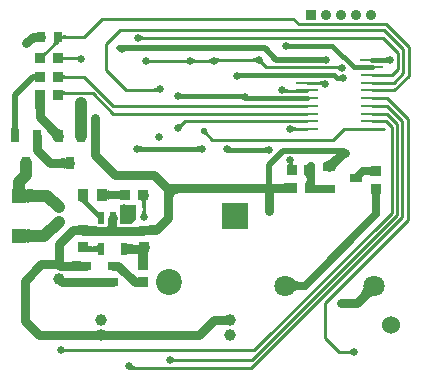
<source format=gbl>
G04*
G04 #@! TF.GenerationSoftware,Altium Limited,Altium Designer,20.0.2 (26)*
G04*
G04 Layer_Physical_Order=2*
G04 Layer_Color=16711680*
%FSLAX25Y25*%
%MOIN*%
G70*
G01*
G75*
%ADD10C,0.01000*%
%ADD17C,0.06000*%
%ADD19R,0.03543X0.03937*%
%ADD20R,0.03150X0.03543*%
%ADD21R,0.03543X0.03150*%
%ADD24R,0.03402X0.03175*%
%ADD25R,0.03175X0.03402*%
%ADD46C,0.01500*%
%ADD47C,0.04000*%
%ADD48C,0.03000*%
%ADD49C,0.02500*%
%ADD50C,0.02000*%
%ADD52C,0.03543*%
%ADD53R,0.03543X0.03543*%
%ADD54C,0.08661*%
%ADD55C,0.03937*%
%ADD56C,0.07087*%
%ADD57R,0.08661X0.08661*%
%ADD58C,0.02200*%
%ADD59C,0.02500*%
%ADD60R,0.05118X0.05118*%
%ADD61R,0.03402X0.03150*%
%ADD62R,0.03937X0.03150*%
%ADD63R,0.03150X0.03937*%
%ADD64O,0.07874X0.00984*%
%ADD65R,0.07874X0.00984*%
%ADD66R,0.02362X0.03937*%
G36*
X24261Y114405D02*
X24291Y114320D01*
X24342Y114245D01*
X24413Y114180D01*
X24504Y114125D01*
X24615Y114080D01*
X24747Y114045D01*
X24899Y114020D01*
X25071Y114005D01*
X25263Y114000D01*
Y113000D01*
X25071Y112995D01*
X24899Y112980D01*
X24747Y112955D01*
X24615Y112920D01*
X24504Y112875D01*
X24413Y112820D01*
X24342Y112755D01*
X24291Y112680D01*
X24261Y112595D01*
X24251Y112500D01*
Y114500D01*
X24261Y114405D01*
D02*
G37*
G36*
X50458Y113783D02*
X50531Y113713D01*
X50610Y113652D01*
X50696Y113598D01*
X50789Y113553D01*
X50888Y113516D01*
X50994Y113487D01*
X51106Y113467D01*
X51225Y113454D01*
X51350Y113450D01*
X51218Y112450D01*
X51094Y112447D01*
X50975Y112437D01*
X50860Y112421D01*
X50750Y112398D01*
X50644Y112369D01*
X50542Y112333D01*
X50445Y112290D01*
X50353Y112241D01*
X50265Y112186D01*
X50181Y112124D01*
X50391Y113862D01*
X50458Y113783D01*
D02*
G37*
G36*
X23548Y111733D02*
X23406Y111712D01*
X23265Y111677D01*
X23123Y111627D01*
X22982Y111564D01*
X22840Y111486D01*
X22699Y111394D01*
X22558Y111288D01*
X22416Y111168D01*
X22275Y111033D01*
X20861D01*
X20991Y111168D01*
X21182Y111394D01*
X21244Y111486D01*
X21283Y111564D01*
X21300Y111627D01*
X21293Y111677D01*
X21264Y111712D01*
X21212Y111733D01*
X21137Y111740D01*
X23689D01*
X23548Y111733D01*
D02*
G37*
G36*
X99623Y111251D02*
X99666Y111230D01*
X99721Y111211D01*
X99789Y111195D01*
X99868Y111181D01*
X100064Y111161D01*
X100309Y111151D01*
X100450Y111150D01*
Y109650D01*
X100309Y109649D01*
X99868Y109619D01*
X99789Y109605D01*
X99721Y109589D01*
X99666Y109570D01*
X99623Y109549D01*
X99593Y109525D01*
Y111275D01*
X99623Y111251D01*
D02*
G37*
G36*
X19017Y107775D02*
X18823Y107574D01*
X18516Y107212D01*
X18404Y107051D01*
X18318Y106903D01*
X18260Y106768D01*
X18229Y106646D01*
X18225Y106538D01*
X18248Y106443D01*
X18298Y106361D01*
X17009Y107877D01*
X17081Y107816D01*
X17168Y107785D01*
X17271Y107784D01*
X17389Y107812D01*
X17522Y107869D01*
X17672Y107955D01*
X17836Y108071D01*
X18016Y108217D01*
X18423Y108596D01*
X19017Y107775D01*
D02*
G37*
G36*
X29540Y105299D02*
X29470Y105375D01*
X29394Y105444D01*
X29312Y105504D01*
X29224Y105556D01*
X29129Y105600D01*
X29029Y105636D01*
X28922Y105664D01*
X28809Y105684D01*
X28691Y105696D01*
X28566Y105700D01*
X28653Y106700D01*
X28777Y106703D01*
X28896Y106714D01*
X29011Y106731D01*
X29121Y106755D01*
X29226Y106786D01*
X29326Y106824D01*
X29422Y106868D01*
X29513Y106920D01*
X29599Y106978D01*
X29680Y107044D01*
X29540Y105299D01*
D02*
G37*
G36*
X24239Y107105D02*
X24270Y107020D01*
X24320Y106945D01*
X24391Y106880D01*
X24482Y106825D01*
X24593Y106780D01*
X24725Y106745D01*
X24877Y106720D01*
X25049Y106705D01*
X25241Y106700D01*
Y105700D01*
X25049Y105695D01*
X24877Y105680D01*
X24725Y105655D01*
X24593Y105620D01*
X24482Y105575D01*
X24391Y105520D01*
X24320Y105455D01*
X24270Y105380D01*
X24239Y105295D01*
X24229Y105200D01*
Y107200D01*
X24239Y107105D01*
D02*
G37*
G36*
X132553Y104879D02*
X132523Y104903D01*
X132480Y104924D01*
X132425Y104943D01*
X132357Y104959D01*
X132278Y104973D01*
X132082Y104993D01*
X131837Y105003D01*
X131696Y105004D01*
Y106504D01*
X131837Y106505D01*
X132278Y106535D01*
X132357Y106549D01*
X132425Y106565D01*
X132480Y106584D01*
X132523Y106605D01*
X132553Y106629D01*
Y104879D01*
D02*
G37*
G36*
X88707Y104825D02*
X88631Y104896D01*
X88550Y104960D01*
X88463Y105016D01*
X88370Y105065D01*
X88273Y105106D01*
X88170Y105140D01*
X88061Y105166D01*
X87948Y105185D01*
X87829Y105196D01*
X87704Y105200D01*
Y106200D01*
X87829Y106204D01*
X87948Y106215D01*
X88061Y106234D01*
X88170Y106260D01*
X88273Y106294D01*
X88370Y106335D01*
X88463Y106384D01*
X88550Y106440D01*
X88631Y106504D01*
X88707Y106575D01*
Y104825D01*
D02*
G37*
G36*
X75544Y106414D02*
X75635Y106369D01*
X75731Y106329D01*
X75830Y106295D01*
X75934Y106266D01*
X76041Y106242D01*
X76152Y106224D01*
X76387Y106203D01*
X76511Y106200D01*
X76784Y105200D01*
X76658Y105196D01*
X76539Y105183D01*
X76429Y105161D01*
X76327Y105130D01*
X76232Y105091D01*
X76145Y105043D01*
X76066Y104987D01*
X75995Y104921D01*
X75932Y104848D01*
X75877Y104765D01*
X75457Y106464D01*
X75544Y106414D01*
D02*
G37*
G36*
X73907Y104525D02*
X73831Y104596D01*
X73750Y104660D01*
X73663Y104716D01*
X73570Y104765D01*
X73473Y104806D01*
X73370Y104840D01*
X73261Y104866D01*
X73148Y104885D01*
X73029Y104896D01*
X72904Y104900D01*
Y105900D01*
X73029Y105904D01*
X73148Y105915D01*
X73261Y105934D01*
X73370Y105960D01*
X73473Y105994D01*
X73570Y106035D01*
X73663Y106084D01*
X73750Y106140D01*
X73831Y106204D01*
X73907Y106275D01*
Y104525D01*
D02*
G37*
G36*
X67527Y106148D02*
X67616Y106096D01*
X67710Y106050D01*
X67808Y106010D01*
X67910Y105977D01*
X68017Y105949D01*
X68128Y105928D01*
X68243Y105912D01*
X68362Y105903D01*
X68486Y105900D01*
X68663Y104900D01*
X68538Y104896D01*
X68419Y104883D01*
X68307Y104862D01*
X68203Y104833D01*
X68105Y104795D01*
X68014Y104748D01*
X67931Y104694D01*
X67854Y104631D01*
X67784Y104559D01*
X67721Y104479D01*
X67441Y106207D01*
X67527Y106148D01*
D02*
G37*
G36*
X65807Y104325D02*
X65731Y104396D01*
X65649Y104460D01*
X65562Y104516D01*
X65470Y104565D01*
X65373Y104606D01*
X65270Y104640D01*
X65161Y104666D01*
X65048Y104685D01*
X64929Y104697D01*
X64804Y104700D01*
Y105700D01*
X64929Y105704D01*
X65048Y105715D01*
X65161Y105734D01*
X65270Y105760D01*
X65373Y105794D01*
X65470Y105835D01*
X65562Y105884D01*
X65649Y105940D01*
X65731Y106004D01*
X65807Y106075D01*
Y104325D01*
D02*
G37*
G36*
X52869Y106004D02*
X52950Y105940D01*
X53037Y105884D01*
X53130Y105835D01*
X53227Y105794D01*
X53330Y105760D01*
X53438Y105734D01*
X53552Y105715D01*
X53671Y105704D01*
X53796Y105700D01*
X53796Y104700D01*
X53671Y104697D01*
X53552Y104685D01*
X53439Y104666D01*
X53330Y104640D01*
X53227Y104606D01*
X53130Y104565D01*
X53037Y104516D01*
X52951Y104460D01*
X52869Y104396D01*
X52793Y104325D01*
X52793Y106075D01*
X52869Y106004D01*
D02*
G37*
G36*
X90853Y105583D02*
X90866Y105481D01*
X90888Y105379D01*
X90918Y105280D01*
X90958Y105181D01*
X91007Y105085D01*
X91065Y104990D01*
X91132Y104896D01*
X91209Y104804D01*
X91294Y104713D01*
X90587Y104006D01*
X90496Y104091D01*
X90404Y104168D01*
X90311Y104235D01*
X90215Y104293D01*
X90119Y104342D01*
X90020Y104382D01*
X89921Y104412D01*
X89820Y104434D01*
X89717Y104447D01*
X89613Y104450D01*
X90850Y105687D01*
X90853Y105583D01*
D02*
G37*
G36*
X116382Y102275D02*
X116319Y102355D01*
X116248Y102426D01*
X116171Y102489D01*
X116087Y102544D01*
X115996Y102590D01*
X115898Y102628D01*
X115794Y102657D01*
X115682Y102678D01*
X115563Y102691D01*
X115438Y102695D01*
X115611Y103695D01*
X115735Y103698D01*
X115854Y103707D01*
X115969Y103723D01*
X116080Y103744D01*
X116186Y103772D01*
X116288Y103806D01*
X116386Y103846D01*
X116480Y103893D01*
X116569Y103945D01*
X116655Y104004D01*
X116382Y102275D01*
D02*
G37*
G36*
X84429Y99886D02*
X84290Y99884D01*
X83945Y99856D01*
X83856Y99839D01*
X83778Y99818D01*
X83714Y99793D01*
X83662Y99765D01*
X83622Y99733D01*
X83595Y99697D01*
X83125Y101383D01*
X83869Y101386D01*
X84429Y99886D01*
D02*
G37*
G36*
X24194Y101005D02*
X24225Y100920D01*
X24275Y100845D01*
X24346Y100780D01*
X24437Y100725D01*
X24549Y100680D01*
X24680Y100645D01*
X24832Y100620D01*
X25004Y100605D01*
X25196Y100600D01*
Y99600D01*
X25004Y99595D01*
X24832Y99580D01*
X24680Y99555D01*
X24549Y99520D01*
X24437Y99475D01*
X24346Y99420D01*
X24275Y99355D01*
X24225Y99280D01*
X24194Y99195D01*
X24184Y99100D01*
Y101100D01*
X24194Y101005D01*
D02*
G37*
G36*
X116768Y98867D02*
X116746Y98883D01*
X116712Y98897D01*
X116663Y98909D01*
X116602Y98920D01*
X116438Y98937D01*
X116221Y98947D01*
X115950Y98950D01*
Y100450D01*
X116092Y100451D01*
X116663Y100491D01*
X116712Y100503D01*
X116746Y100517D01*
X116768Y100533D01*
Y98867D01*
D02*
G37*
G36*
X110685Y97135D02*
X110636Y97219D01*
X110578Y97294D01*
X110512Y97360D01*
X110437Y97418D01*
X110353Y97466D01*
X110261Y97506D01*
X110160Y97537D01*
X110051Y97559D01*
X109933Y97573D01*
X109806Y97577D01*
X110159Y98577D01*
X110283Y98579D01*
X110518Y98597D01*
X110629Y98613D01*
X110840Y98659D01*
X110939Y98688D01*
X111034Y98722D01*
X111126Y98760D01*
X111213Y98804D01*
X110685Y97135D01*
D02*
G37*
G36*
X55980Y94956D02*
X55899Y95022D01*
X55813Y95080D01*
X55722Y95132D01*
X55626Y95176D01*
X55526Y95214D01*
X55421Y95245D01*
X55311Y95269D01*
X55196Y95286D01*
X55077Y95297D01*
X54953Y95300D01*
X54866Y96300D01*
X54991Y96304D01*
X55110Y96316D01*
X55222Y96336D01*
X55329Y96364D01*
X55429Y96400D01*
X55524Y96444D01*
X55612Y96496D01*
X55694Y96557D01*
X55770Y96625D01*
X55840Y96701D01*
X55980Y94956D01*
D02*
G37*
G36*
X98632Y96352D02*
X98695Y96279D01*
X98766Y96213D01*
X98845Y96157D01*
X98932Y96109D01*
X99027Y96070D01*
X99129Y96039D01*
X99239Y96017D01*
X99358Y96004D01*
X99484Y96000D01*
X99211Y95000D01*
X99087Y94997D01*
X98852Y94976D01*
X98741Y94958D01*
X98634Y94934D01*
X98530Y94905D01*
X98431Y94871D01*
X98335Y94831D01*
X98244Y94786D01*
X98157Y94736D01*
X98577Y96435D01*
X98632Y96352D01*
D02*
G37*
G36*
X24206Y95596D02*
X24236Y95513D01*
X24286Y95439D01*
X24356Y95376D01*
X24446Y95322D01*
X24556Y95278D01*
X24686Y95244D01*
X24836Y95220D01*
X25006Y95205D01*
X25196Y95200D01*
Y94200D01*
X25005Y94195D01*
X24833Y94180D01*
X24681Y94155D01*
X24550Y94120D01*
X24439Y94075D01*
X24348Y94020D01*
X24277Y93955D01*
X24226Y93880D01*
X24195Y93795D01*
X24184Y93700D01*
X24196Y95689D01*
X24206Y95596D01*
D02*
G37*
G36*
X63523Y94451D02*
X63566Y94430D01*
X63621Y94411D01*
X63689Y94395D01*
X63768Y94381D01*
X63964Y94361D01*
X64209Y94351D01*
X64350Y94350D01*
Y92850D01*
X64209Y92849D01*
X63768Y92819D01*
X63689Y92805D01*
X63621Y92789D01*
X63566Y92770D01*
X63523Y92749D01*
X63493Y92725D01*
Y94475D01*
X63523Y94451D01*
D02*
G37*
G36*
X84123Y92665D02*
X84095Y92700D01*
X84055Y92731D01*
X84002Y92759D01*
X83937Y92783D01*
X83859Y92804D01*
X83769Y92820D01*
X83666Y92833D01*
X83424Y92848D01*
X83284Y92850D01*
X83772Y94350D01*
X84543Y94364D01*
X84123Y92665D01*
D02*
G37*
G36*
X86305Y93900D02*
X86345Y93868D01*
X86398Y93841D01*
X86463Y93817D01*
X86541Y93796D01*
X86631Y93780D01*
X86734Y93767D01*
X86976Y93752D01*
X87116Y93750D01*
X86628Y92250D01*
X85857Y92236D01*
X86277Y93935D01*
X86305Y93900D01*
D02*
G37*
G36*
X18251Y92281D02*
X18238Y92191D01*
X18227Y92041D01*
X18193Y90391D01*
X18190Y89311D01*
X15190D01*
X15114Y92311D01*
X18265D01*
X18251Y92281D01*
D02*
G37*
G36*
X64276Y83869D02*
X64191Y83778D01*
X64114Y83686D01*
X64047Y83592D01*
X63989Y83497D01*
X63940Y83401D01*
X63901Y83302D01*
X63870Y83203D01*
X63848Y83101D01*
X63835Y82999D01*
X63832Y82894D01*
X62594Y84132D01*
X62699Y84135D01*
X62801Y84148D01*
X62903Y84170D01*
X63002Y84201D01*
X63101Y84240D01*
X63197Y84289D01*
X63292Y84347D01*
X63386Y84414D01*
X63478Y84491D01*
X63569Y84576D01*
X64276Y83869D01*
D02*
G37*
G36*
X9308Y84004D02*
X9353Y83364D01*
X9393Y83104D01*
X9444Y82884D01*
X9505Y82704D01*
X9579Y82564D01*
X9663Y82464D01*
X9759Y82404D01*
X9866Y82384D01*
X6740D01*
X6847Y82404D01*
X6943Y82464D01*
X7027Y82564D01*
X7100Y82704D01*
X7162Y82884D01*
X7213Y83104D01*
X7252Y83364D01*
X7280Y83664D01*
X7303Y84384D01*
X9303D01*
X9308Y84004D01*
D02*
G37*
G36*
X101055Y83521D02*
X101137Y83458D01*
X101225Y83403D01*
X101318Y83355D01*
X101416Y83314D01*
X101520Y83281D01*
X101628Y83255D01*
X101742Y83237D01*
X101862Y83226D01*
X101986Y83222D01*
X102005Y82222D01*
X101881Y82218D01*
X101761Y82207D01*
X101648Y82188D01*
X101540Y82161D01*
X101437Y82127D01*
X101341Y82085D01*
X101249Y82035D01*
X101163Y81978D01*
X101083Y81913D01*
X101008Y81841D01*
X100977Y83591D01*
X101055Y83521D01*
D02*
G37*
G36*
X72503Y81813D02*
X72515Y81736D01*
X72536Y81659D01*
X72564Y81580D01*
X72601Y81501D01*
X72647Y81421D01*
X72701Y81341D01*
X72763Y81259D01*
X72834Y81177D01*
X72913Y81094D01*
X72206Y80387D01*
X72123Y80466D01*
X71959Y80599D01*
X71879Y80653D01*
X71799Y80699D01*
X71720Y80736D01*
X71641Y80765D01*
X71564Y80785D01*
X71487Y80797D01*
X71411Y80800D01*
X72500Y81889D01*
X72503Y81813D01*
D02*
G37*
G36*
X21363Y84002D02*
X22154Y83323D01*
X22528Y83048D01*
X22887Y82814D01*
X23232Y82623D01*
X23562Y82475D01*
X23878Y82369D01*
X24179Y82305D01*
X24466Y82284D01*
X21340Y78371D01*
X21319Y78658D01*
X21255Y78959D01*
X21149Y79275D01*
X21001Y79605D01*
X20810Y79950D01*
X20576Y80309D01*
X20301Y80682D01*
X19622Y81473D01*
X19219Y81890D01*
X20946Y84405D01*
X21363Y84002D01*
D02*
G37*
G36*
X17335Y78441D02*
X17324Y78353D01*
X17314Y78205D01*
X17284Y75516D01*
X14284D01*
X14221Y78471D01*
X17346D01*
X17335Y78441D01*
D02*
G37*
G36*
X49923Y76951D02*
X49966Y76930D01*
X50021Y76911D01*
X50089Y76895D01*
X50168Y76881D01*
X50364Y76861D01*
X50609Y76851D01*
X50750Y76850D01*
Y75350D01*
X50609Y75349D01*
X50168Y75319D01*
X50089Y75305D01*
X50021Y75289D01*
X49966Y75270D01*
X49923Y75249D01*
X49893Y75225D01*
Y76975D01*
X49923Y76951D01*
D02*
G37*
G36*
X69640Y75199D02*
X69609Y75228D01*
X69566Y75253D01*
X69510Y75276D01*
X69442Y75296D01*
X69363Y75312D01*
X69271Y75326D01*
X69051Y75344D01*
X68782Y75350D01*
X68933Y76850D01*
X69075Y76851D01*
X69593Y76884D01*
X69659Y76896D01*
X69712Y76910D01*
X69752Y76926D01*
X69780Y76944D01*
X69640Y75199D01*
D02*
G37*
G36*
X80079Y76645D02*
X80120Y76615D01*
X80174Y76588D01*
X80240Y76565D01*
X80319Y76546D01*
X80409Y76529D01*
X80512Y76517D01*
X80755Y76503D01*
X80895Y76501D01*
X80501Y75001D01*
X79700Y74965D01*
X80049Y76679D01*
X80079Y76645D01*
D02*
G37*
G36*
X92207Y74876D02*
X92177Y74900D01*
X92134Y74921D01*
X92079Y74940D01*
X92011Y74956D01*
X91932Y74970D01*
X91736Y74989D01*
X91491Y74999D01*
X91350Y75001D01*
Y76501D01*
X91491Y76502D01*
X91932Y76532D01*
X92011Y76546D01*
X92079Y76562D01*
X92134Y76581D01*
X92177Y76602D01*
X92207Y76626D01*
Y74876D01*
D02*
G37*
G36*
X101050Y71374D02*
X101022Y71303D01*
X101007Y71229D01*
X101008Y71152D01*
X101024Y71072D01*
X101054Y70989D01*
X101099Y70903D01*
X101099Y70903D01*
X101169Y70843D01*
X101283Y70766D01*
X101390Y70702D01*
X101492Y70652D01*
X101587Y70617D01*
X101676Y70596D01*
X101759Y70589D01*
X101260D01*
X100456Y70079D01*
X99970Y70589D01*
X99547D01*
X99621Y70591D01*
X99683Y70597D01*
X99733Y70607D01*
X99770Y70621D01*
X99796Y70639D01*
X99810Y70661D01*
X99812Y70687D01*
X99802Y70716D01*
X99780Y70750D01*
X99747Y70788D01*
X99768Y70800D01*
X99454Y71130D01*
X101094Y71442D01*
X101050Y71374D01*
D02*
G37*
G36*
X25081Y69316D02*
X25051Y69403D01*
X24961Y69480D01*
X24811Y69549D01*
X24601Y69608D01*
X24331Y69658D01*
X24001Y69699D01*
X23161Y69754D01*
X22081Y69772D01*
Y72772D01*
X22651Y72777D01*
X24331Y72887D01*
X24601Y72937D01*
X24811Y72996D01*
X24961Y73065D01*
X25051Y73142D01*
X25081Y73229D01*
Y69316D01*
D02*
G37*
G36*
X117057Y72097D02*
X116654Y71680D01*
X115975Y70890D01*
X115699Y70516D01*
X115466Y70157D01*
X115275Y69812D01*
X115127Y69482D01*
X115021Y69166D01*
X114957Y68865D01*
X114936Y68578D01*
X111023Y71703D01*
X111309Y71725D01*
X111611Y71788D01*
X111926Y71894D01*
X112257Y72043D01*
X112601Y72234D01*
X112961Y72467D01*
X113334Y72743D01*
X114125Y73422D01*
X114542Y73825D01*
X117057Y72097D01*
D02*
G37*
G36*
X127011Y67024D02*
X126986Y67086D01*
X126911Y67142D01*
X126786Y67190D01*
X126611Y67233D01*
X126386Y67269D01*
X125786Y67321D01*
X124986Y67347D01*
X124511Y67350D01*
Y69850D01*
X124986Y69853D01*
X126611Y69967D01*
X126786Y70009D01*
X126911Y70058D01*
X126986Y70114D01*
X127011Y70175D01*
Y67024D01*
D02*
G37*
G36*
X94061Y64460D02*
X91939D01*
X91950Y64502D01*
X91961Y64602D01*
X91978Y64979D01*
X92000Y67518D01*
X94000D01*
X94061Y64460D01*
D02*
G37*
G36*
X99066Y61212D02*
X99036Y61248D01*
X98946Y61280D01*
X98796Y61308D01*
X98586Y61332D01*
X97986Y61370D01*
X96066Y61401D01*
Y64401D01*
X96636Y64402D01*
X99036Y64553D01*
X99066Y64589D01*
Y61212D01*
D02*
G37*
G36*
X108128Y67186D02*
X108148Y67111D01*
X108151Y67089D01*
X108222D01*
X108198Y66278D01*
X108222Y64711D01*
X108151D01*
X108148Y64589D01*
X108173Y64460D01*
X108248Y64345D01*
X108373Y64243D01*
X108548Y64154D01*
X108773Y64080D01*
X109048Y64019D01*
X109373Y63971D01*
X109580Y63952D01*
X110623Y64022D01*
X110798Y64063D01*
X110923Y64110D01*
X110998Y64163D01*
X111023Y64223D01*
Y61097D01*
X110998Y61156D01*
X110923Y61210D01*
X110798Y61257D01*
X110623Y61297D01*
X110398Y61332D01*
X109798Y61382D01*
X109776Y61382D01*
X108248Y61283D01*
X108173Y61249D01*
X108148Y61212D01*
Y64589D01*
X104997D01*
X105134Y64614D01*
X105258Y64689D01*
X105367Y64814D01*
X105461Y64989D01*
X105541Y65214D01*
X105606Y65489D01*
X105657Y65814D01*
X105662Y65869D01*
X105653Y65986D01*
X105599Y66311D01*
X105531Y66586D01*
X105446Y66811D01*
X105347Y66986D01*
X105231Y67111D01*
X105101Y67186D01*
X104955Y67211D01*
X108107D01*
X108128Y67186D01*
D02*
G37*
G36*
X39284Y62523D02*
X39359Y62403D01*
X39484Y62297D01*
X39659Y62205D01*
X39884Y62127D01*
X40159Y62063D01*
X40484Y62014D01*
X40859Y61979D01*
X41574Y61956D01*
X42693Y62037D01*
X42968Y62085D01*
X43194Y62144D01*
X43369Y62214D01*
X43494Y62295D01*
X43569Y62387D01*
X43593Y62489D01*
Y59111D01*
X43569Y59176D01*
X43494Y59233D01*
X43369Y59284D01*
X43194Y59328D01*
X42968Y59366D01*
X42693Y59396D01*
X41993Y59437D01*
X41424Y59445D01*
X41284Y59443D01*
X40484Y59387D01*
X40159Y59337D01*
X39884Y59274D01*
X39659Y59196D01*
X39484Y59104D01*
X39359Y58998D01*
X39284Y58878D01*
X39259Y58744D01*
Y62657D01*
X39284Y62523D01*
D02*
G37*
G36*
X130305Y61068D02*
X130231Y60993D01*
X130165Y60868D01*
X130108Y60693D01*
X130060Y60468D01*
X130020Y60193D01*
X129968Y59493D01*
X129950Y58593D01*
X127450D01*
X127446Y59068D01*
X127340Y60468D01*
X127292Y60693D01*
X127235Y60868D01*
X127169Y60993D01*
X127095Y61068D01*
X127011Y61093D01*
X130389D01*
X130305Y61068D01*
D02*
G37*
G36*
X63800Y61401D02*
X63230Y61370D01*
X62720Y61281D01*
X62270Y61130D01*
X61880Y60921D01*
X61550Y60650D01*
X61280Y60321D01*
X61070Y59930D01*
X60920Y59481D01*
X60830Y58970D01*
X60800Y58400D01*
X59300Y62901D01*
Y64401D01*
X63800Y61401D01*
D02*
G37*
G36*
X12387Y62869D02*
X12507Y62776D01*
X12707Y62694D01*
X12987Y62623D01*
X13347Y62563D01*
X13787Y62514D01*
X14907Y62448D01*
X16347Y62426D01*
Y58426D01*
X15587Y58420D01*
X12987Y58229D01*
X12707Y58158D01*
X12507Y58076D01*
X12387Y57983D01*
X12347Y57879D01*
Y62973D01*
X12387Y62869D01*
D02*
G37*
G36*
X32889Y58733D02*
X32847Y58701D01*
X32835Y58648D01*
X32853Y58574D01*
X32901Y58479D01*
X32979Y58362D01*
X33087Y58224D01*
X33392Y57885D01*
X33589Y57683D01*
X31998Y57153D01*
X31686Y57455D01*
X31100Y57964D01*
X30825Y58171D01*
X30563Y58346D01*
X30314Y58489D01*
X30077Y58601D01*
X29853Y58680D01*
X29641Y58728D01*
X29441Y58744D01*
X32960D01*
X32889Y58733D01*
D02*
G37*
G36*
X52255Y59405D02*
X52159Y59226D01*
X52121Y59123D01*
X52300D01*
X52205Y59113D01*
X52120Y59083D01*
X52100Y59070D01*
X52075Y59002D01*
X52002Y58734D01*
X51940Y58420D01*
X51890Y58063D01*
X51823Y57213D01*
X51800Y56186D01*
X50800D01*
X50794Y56722D01*
X50660Y58420D01*
X50598Y58734D01*
X50525Y59002D01*
X50500Y59070D01*
X50480Y59083D01*
X50395Y59113D01*
X50300Y59123D01*
X50479D01*
X50441Y59226D01*
X50345Y59405D01*
X50239Y59540D01*
X52361D01*
X52255Y59405D01*
D02*
G37*
G36*
X51804Y55271D02*
X51815Y55152D01*
X51834Y55038D01*
X51860Y54930D01*
X51894Y54827D01*
X51935Y54730D01*
X51984Y54637D01*
X52040Y54550D01*
X52104Y54469D01*
X52175Y54393D01*
X50425D01*
X50496Y54469D01*
X50560Y54550D01*
X50616Y54637D01*
X50665Y54730D01*
X50706Y54827D01*
X50740Y54930D01*
X50766Y55038D01*
X50785Y55152D01*
X50796Y55271D01*
X50800Y55396D01*
X51800D01*
X51804Y55271D01*
D02*
G37*
G36*
X35547Y55735D02*
X36147Y55219D01*
X36403Y55037D01*
X36630Y54904D01*
X36828Y54822D01*
X36996Y54790D01*
X37135Y54809D01*
X37244Y54877D01*
X37325Y54996D01*
X36003Y52099D01*
X36051Y52250D01*
X36065Y52415D01*
X36044Y52593D01*
X35989Y52784D01*
X35899Y52990D01*
X35774Y53209D01*
X35615Y53441D01*
X35421Y53687D01*
X35193Y53947D01*
X34930Y54221D01*
X35203Y56069D01*
X35547Y55735D01*
D02*
G37*
G36*
X48600Y52400D02*
X47200Y51000D01*
X43300D01*
Y57500D01*
X48600D01*
Y52400D01*
D02*
G37*
G36*
X53183Y50726D02*
X53252Y50715D01*
X53368Y50706D01*
X54294Y50681D01*
X55475Y50675D01*
Y47675D01*
X53160Y47612D01*
Y50738D01*
X53183Y50726D01*
D02*
G37*
G36*
X32719Y50654D02*
X32809Y50576D01*
X32959Y50507D01*
X33169Y50448D01*
X33439Y50398D01*
X33769Y50356D01*
X34609Y50301D01*
X35689Y50283D01*
Y47283D01*
X35119Y47286D01*
X32959Y47434D01*
X32809Y47480D01*
X32719Y47532D01*
X32689Y47590D01*
Y50741D01*
X32719Y50654D01*
D02*
G37*
G36*
X12387Y49483D02*
X12507Y49390D01*
X12707Y49308D01*
X12987Y49237D01*
X13347Y49177D01*
X13787Y49128D01*
X14907Y49062D01*
X16347Y49040D01*
Y45040D01*
X15587Y45035D01*
X12987Y44843D01*
X12707Y44772D01*
X12507Y44690D01*
X12387Y44597D01*
X12347Y44493D01*
Y49587D01*
X12387Y49483D01*
D02*
G37*
G36*
X32704Y44173D02*
X32749Y44045D01*
X32824Y43933D01*
X32929Y43835D01*
X33064Y43753D01*
X33229Y43685D01*
X33424Y43633D01*
X33649Y43595D01*
X33904Y43573D01*
X34189Y43565D01*
Y42065D01*
X33904Y42061D01*
X33424Y42029D01*
X33229Y42000D01*
X33064Y41964D01*
X32929Y41919D01*
X32824Y41866D01*
X32749Y41805D01*
X32704Y41736D01*
X32689Y41659D01*
Y44315D01*
X32704Y44173D01*
D02*
G37*
G36*
X36003Y41315D02*
X35988Y41458D01*
X35943Y41585D01*
X35867Y41698D01*
X35761Y41795D01*
X35625Y41878D01*
X35459Y41945D01*
X35263Y41998D01*
X35036Y42035D01*
X34779Y42058D01*
X34491Y42065D01*
Y43565D01*
X34779Y43573D01*
X35036Y43595D01*
X35263Y43633D01*
X35459Y43685D01*
X35625Y43753D01*
X35761Y43835D01*
X35867Y43933D01*
X35943Y44045D01*
X35988Y44173D01*
X36003Y44315D01*
Y41315D01*
D02*
G37*
G36*
X45829Y44632D02*
X45885Y44566D01*
X45980Y44507D01*
X46112Y44456D01*
X46282Y44413D01*
X46490Y44378D01*
X46736Y44351D01*
X47341Y44320D01*
X47700Y44316D01*
Y41316D01*
X47341Y41312D01*
X46490Y41253D01*
X46282Y41218D01*
X46112Y41175D01*
X45980Y41124D01*
X45885Y41066D01*
X45829Y41000D01*
X45810Y40925D01*
Y44706D01*
X45829Y44632D01*
D02*
G37*
G36*
X53031Y42071D02*
X52916Y41981D01*
X52815Y41831D01*
X52727Y41621D01*
X52653Y41351D01*
X52592Y41021D01*
X52545Y40631D01*
X52543Y40599D01*
X52637Y39105D01*
X52673Y39075D01*
X49295D01*
X49331Y39105D01*
X49363Y39195D01*
X49392Y39345D01*
X49416Y39555D01*
X49454Y40156D01*
X49484Y42075D01*
X49639D01*
X49640Y42101D01*
X53160D01*
X53031Y42071D01*
D02*
G37*
G36*
X30240Y35493D02*
X30210Y35505D01*
X30120Y35515D01*
X29970Y35525D01*
X27240Y35555D01*
Y38555D01*
X30240Y38618D01*
Y35493D01*
D02*
G37*
G36*
X39211Y29982D02*
X39181Y29994D01*
X39091Y30004D01*
X38941Y30014D01*
X36568Y30040D01*
X33760Y29982D01*
Y33107D01*
X33790Y33095D01*
X33880Y33085D01*
X34030Y33075D01*
X36403Y33048D01*
X39211Y33107D01*
Y29982D01*
D02*
G37*
G36*
X30240D02*
X30210Y29994D01*
X30120Y30004D01*
X29970Y30014D01*
X27240Y30044D01*
Y33044D01*
X30240Y33107D01*
Y29982D01*
D02*
G37*
G36*
X101016Y32747D02*
X101272Y32537D01*
X101538Y32353D01*
X101814Y32193D01*
X102101Y32058D01*
X102397Y31947D01*
X102703Y31861D01*
X103019Y31799D01*
X103345Y31762D01*
X103681Y31750D01*
Y29250D01*
X103345Y29238D01*
X103019Y29201D01*
X102703Y29139D01*
X102397Y29053D01*
X102101Y28942D01*
X101814Y28807D01*
X101538Y28647D01*
X101272Y28463D01*
X101016Y28253D01*
X100770Y28020D01*
Y32980D01*
X101016Y32747D01*
D02*
G37*
G36*
X128125Y26957D02*
X127851Y26946D01*
X127579Y26910D01*
X127308Y26847D01*
X127038Y26757D01*
X126770Y26641D01*
X126503Y26499D01*
X126237Y26330D01*
X125973Y26135D01*
X125710Y25914D01*
X125448Y25666D01*
X123327Y27788D01*
X123574Y28049D01*
X123796Y28312D01*
X123991Y28576D01*
X124159Y28842D01*
X124302Y29109D01*
X124418Y29377D01*
X124507Y29647D01*
X124570Y29918D01*
X124607Y30191D01*
X124618Y30465D01*
X128125Y26957D01*
D02*
G37*
G36*
X24569Y9704D02*
X24650Y9640D01*
X24737Y9584D01*
X24830Y9535D01*
X24927Y9494D01*
X25030Y9460D01*
X25139Y9434D01*
X25252Y9415D01*
X25371Y9404D01*
X25496Y9400D01*
Y8400D01*
X25371Y8396D01*
X25252Y8385D01*
X25139Y8366D01*
X25030Y8340D01*
X24927Y8306D01*
X24830Y8265D01*
X24737Y8216D01*
X24650Y8160D01*
X24569Y8096D01*
X24493Y8025D01*
Y9775D01*
X24569Y9704D01*
D02*
G37*
G36*
X120507Y7425D02*
X120431Y7496D01*
X120350Y7560D01*
X120263Y7616D01*
X120170Y7665D01*
X120073Y7706D01*
X119970Y7740D01*
X119861Y7766D01*
X119748Y7785D01*
X119629Y7796D01*
X119504Y7800D01*
Y8800D01*
X119629Y8804D01*
X119748Y8815D01*
X119861Y8834D01*
X119970Y8860D01*
X120073Y8894D01*
X120170Y8935D01*
X120263Y8984D01*
X120350Y9040D01*
X120431Y9104D01*
X120507Y9175D01*
Y7425D01*
D02*
G37*
G36*
X61084Y6441D02*
X61154Y6369D01*
X61231Y6306D01*
X61315Y6251D01*
X61405Y6205D01*
X61503Y6167D01*
X61608Y6138D01*
X61719Y6117D01*
X61838Y6104D01*
X61963Y6100D01*
X61786Y5100D01*
X61662Y5097D01*
X61428Y5072D01*
X61317Y5051D01*
X61211Y5023D01*
X61108Y4990D01*
X61010Y4950D01*
X60916Y4904D01*
X60827Y4852D01*
X60741Y4793D01*
X61021Y6521D01*
X61084Y6441D01*
D02*
G37*
G36*
X47733Y3856D02*
X47774Y3781D01*
X47826Y3715D01*
X47889Y3658D01*
X47963Y3610D01*
X48048Y3570D01*
X48144Y3540D01*
X48250Y3518D01*
X48368Y3504D01*
X48496Y3500D01*
X48347Y2500D01*
X48116Y2499D01*
X46964Y2434D01*
X46907Y2418D01*
X47703Y3939D01*
X47733Y3856D01*
D02*
G37*
D10*
X105886Y98077D02*
X111800D01*
X74500Y105700D02*
X89600D01*
X60000Y6400D02*
X60800Y5600D01*
X130950Y112950D02*
X135996Y107904D01*
X133936Y100636D02*
X135996Y102696D01*
Y107904D01*
X71400Y81900D02*
X74200Y79100D01*
X117922Y82722D02*
X127540D01*
X74200Y79100D02*
X114300D01*
X117922Y82722D01*
X45400Y95800D02*
X55800D01*
X38700Y102500D02*
X45400Y95800D01*
X43500Y115800D02*
X131300D01*
X38700Y102500D02*
Y111000D01*
X43500Y115800D01*
X56500Y80000D02*
X56800Y80300D01*
X64982Y85282D02*
X105886D01*
X97800Y95500D02*
X105868D01*
X92105Y103195D02*
X105886D01*
X117205D01*
X41200Y90400D02*
X105886D01*
X100122Y82722D02*
X105886D01*
X41213Y87841D02*
X105886D01*
X127540Y82722D02*
X131278D01*
X56400Y80000D02*
X56500D01*
X49100Y113100D02*
X49400D01*
Y113231D01*
Y113100D02*
X49550Y112950D01*
X130950D01*
X37400Y119500D02*
X101100D01*
X31400Y113500D02*
X37400Y119500D01*
X22700Y113500D02*
X31400D01*
X103000Y117600D02*
X132046D01*
X101100Y119500D02*
X103000Y117600D01*
X132046D02*
X139800Y109846D01*
Y100500D02*
Y109846D01*
X100100Y71142D02*
Y72200D01*
X139400Y52400D02*
Y86100D01*
X111700Y24700D02*
X139400Y52400D01*
X111700Y12900D02*
Y24700D01*
X51300Y53500D02*
Y60600D01*
X97500Y95800D02*
X97800Y95500D01*
X34354Y94700D02*
X41213Y87841D01*
X23321Y94700D02*
X34354D01*
X22621Y94000D02*
X23321Y94700D01*
X31500Y100100D02*
X41200Y90400D01*
X22621Y100100D02*
X31500D01*
X117205Y103195D02*
X117400Y103000D01*
X100100Y82700D02*
X100122Y82722D01*
X100100Y71142D02*
X101041Y70201D01*
X116300Y8300D02*
X121400D01*
X111700Y12900D02*
X116300Y8300D01*
X88000Y8900D02*
X133900Y54800D01*
X23600Y8900D02*
X88000D01*
X134818Y95518D02*
X139800Y100500D01*
X60000Y5800D02*
Y6400D01*
X137500Y53309D02*
Y85300D01*
X135700Y54054D02*
Y84500D01*
X133900Y54800D02*
Y83400D01*
X132541Y92959D02*
X139400Y86100D01*
X127540Y92959D02*
X132541D01*
X132400Y90400D02*
X137500Y85300D01*
X127540Y90400D02*
X132400D01*
X132359Y87841D02*
X135700Y84500D01*
X127540Y87841D02*
X132359D01*
X132019Y85281D02*
X133900Y83400D01*
X127540Y85281D02*
X132019D01*
X62582Y82882D02*
X64982Y85282D01*
X127540Y95518D02*
X134818D01*
X127540Y98077D02*
X134577D01*
X127540Y100636D02*
X133936D01*
X66900Y105400D02*
X74800D01*
X74500Y105700D02*
X74800Y105400D01*
X51900Y105200D02*
X51900Y105200D01*
X66700D01*
X66900Y105400D01*
X22666Y106200D02*
X30400D01*
X30500Y106100D01*
X16735Y106200D02*
X22700Y112165D01*
Y113500D01*
X137796Y101296D02*
Y109304D01*
X134577Y98077D02*
X137796Y101296D01*
X131300Y115800D02*
X137796Y109304D01*
X49000Y113000D02*
X49100Y113100D01*
X49331Y113300D02*
X49400Y113231D01*
X46500Y3600D02*
X47100Y3000D01*
X87191D01*
X137500Y53309D01*
X105868Y95500D02*
X105886Y95518D01*
X89600Y105700D02*
X92105Y103195D01*
X60800Y5600D02*
X87246D01*
X135700Y54054D01*
D17*
X133700Y17200D02*
D03*
D19*
X37500Y60700D02*
D03*
X31201D02*
D03*
D20*
X22700Y113500D02*
D03*
X17189D02*
D03*
D21*
X51400Y43664D02*
D03*
Y49175D02*
D03*
X32000Y31545D02*
D03*
Y37056D02*
D03*
D24*
X128700Y62669D02*
D03*
Y68600D02*
D03*
X31000Y43235D02*
D03*
Y49165D02*
D03*
X50984Y37500D02*
D03*
Y31569D02*
D03*
D25*
X106531Y68900D02*
D03*
X100600D02*
D03*
X106572Y62901D02*
D03*
X100641D02*
D03*
X51100Y60800D02*
D03*
X45169D02*
D03*
X22621Y100100D02*
D03*
X16690D02*
D03*
X22621Y94000D02*
D03*
X16690D02*
D03*
X22666Y106200D02*
D03*
X16735D02*
D03*
D46*
X85100Y93000D02*
X105845D01*
X84900Y93300D02*
X85200Y93600D01*
X84900Y93200D02*
Y93300D01*
X62600Y93600D02*
X85200D01*
X84900Y93200D02*
X85100Y93000D01*
X82336Y100308D02*
X82428Y100400D01*
X114800Y100636D02*
X115736Y99700D01*
X117700D01*
X105886Y100636D02*
X114800D01*
X121405Y103195D02*
X127540D01*
X82836Y100636D02*
X105886D01*
X82500Y100300D02*
X82836Y100636D01*
X31201Y59011D02*
X37160Y53052D01*
X79249Y75751D02*
X93100D01*
X70500Y76100D02*
X70600Y76000D01*
X127540Y105754D02*
X133446D01*
X79000Y76000D02*
X79249Y75751D01*
X31201Y59011D02*
Y60700D01*
X31000Y43235D02*
X31419Y42815D01*
X37161D01*
X105845Y93000D02*
X105886Y92959D01*
X82428Y100400D02*
X82500Y100328D01*
Y100300D02*
Y100328D01*
X85200Y93300D02*
Y93600D01*
X98700Y110400D02*
X114200D01*
X121405Y103195D01*
X49000Y76100D02*
X70500D01*
D47*
X30384Y80327D02*
X30500Y80444D01*
Y91400D01*
X12043Y67243D02*
Y71372D01*
X9700Y64900D02*
X12043Y67243D01*
X9700Y60526D02*
Y64900D01*
Y60526D02*
X9800Y60426D01*
X19196D02*
X22900Y56722D01*
X9800Y60426D02*
X19196D01*
X18140Y47040D02*
X22900Y51800D01*
X9800Y47040D02*
X18140D01*
D48*
X35100Y73900D02*
Y86500D01*
X31000Y48783D02*
X39294D01*
X27865Y49100D02*
X31000D01*
X27865D02*
Y49165D01*
X51136Y43400D02*
X51664D01*
X58899Y62901D02*
X59300D01*
X54579Y67221D02*
X58899Y62901D01*
X41779Y67221D02*
X54579D01*
X59300Y53000D02*
Y62901D01*
X93000D01*
Y55300D02*
Y62901D01*
X93499D02*
X100641D01*
X93000D02*
X93499D01*
X93000Y63400D02*
X93499Y62901D01*
X122461Y24800D02*
X128161Y30500D01*
X51400Y49175D02*
X55475D01*
X59300Y53000D01*
X35100Y73900D02*
X41779Y67221D01*
X50925Y48700D02*
X51400Y49175D01*
X36483Y48700D02*
X50925D01*
X31000Y48783D02*
Y49100D01*
Y49165D01*
X39294Y48783D02*
X40641Y50130D01*
Y52793D02*
X40900Y53052D01*
X40641Y50130D02*
Y52793D01*
X20028Y71272D02*
X26643D01*
X15784Y75516D02*
Y80427D01*
Y75516D02*
X20028Y71272D01*
X117000Y24800D02*
X122461D01*
X69778Y14078D02*
X74700Y19000D01*
X80000D01*
X16322Y14078D02*
X36900D01*
X11600Y18800D02*
X16322Y14078D01*
X11600Y18800D02*
Y32000D01*
X17200Y37600D01*
X22900D01*
X36900Y14078D02*
X69778D01*
X22900Y37600D02*
Y44300D01*
X117638Y74800D02*
X118400D01*
X112979Y70141D02*
X117638Y74800D01*
X40900Y37056D02*
X42744D01*
X48231Y31569D02*
X50984D01*
X12200Y111300D02*
X14400Y113500D01*
X51136Y43400D02*
X51400Y43664D01*
X50984Y43248D02*
X51136Y43400D01*
X51100Y60800D02*
X51300Y60600D01*
X51400Y43664D02*
X51664Y43400D01*
X23445Y37056D02*
X32000D01*
X22900Y37600D02*
X23445Y37056D01*
X14400Y113500D02*
X17189D01*
X16690Y86541D02*
Y94000D01*
Y86541D02*
X22903Y80327D01*
X42744Y37056D02*
X48231Y31569D01*
X22900Y32678D02*
X24034Y31545D01*
X32000D01*
X40900D01*
X50552Y42816D02*
X50984Y43248D01*
Y37500D02*
Y43248D01*
X47700Y42816D02*
X50552D01*
X45500D02*
X47700D01*
X22900Y44300D02*
X23000D01*
X27865Y49165D01*
D49*
X106972Y63700D02*
X108013Y62660D01*
X106972Y63700D02*
Y70201D01*
X98239Y30500D02*
X105000D01*
X45069Y60700D02*
X45169Y60800D01*
X37500Y60700D02*
X45069D01*
X105000Y30500D02*
X128700Y54200D01*
Y62669D01*
X124234Y68600D02*
X128700D01*
X122034Y66400D02*
X124234Y68600D01*
X108013Y62660D02*
X112979D01*
D50*
X43100Y109600D02*
X91600D01*
X44640Y53052D02*
Y56540D01*
X95446Y105754D02*
X105886D01*
X91600Y109600D02*
X95446Y105754D01*
X105886D02*
X112054D01*
X93000Y63400D02*
Y70600D01*
X97650Y75250D01*
X117950D01*
X118400Y74800D01*
X45000Y55100D02*
Y55820D01*
X44800Y56020D02*
X45000Y55820D01*
X44800Y56020D02*
X44980Y56200D01*
X44640Y56540D02*
X44980Y56200D01*
X112054Y105754D02*
X112100Y105800D01*
X8303Y80427D02*
Y94103D01*
X14300Y100100D01*
X16690D01*
D52*
X122034Y120800D02*
D03*
X127034D02*
D03*
X117034D02*
D03*
X112034D02*
D03*
D53*
X107034D02*
D03*
D54*
X59600Y31800D02*
D03*
D55*
X22900Y56722D02*
D03*
Y51800D02*
D03*
X36900Y19000D02*
D03*
Y14078D02*
D03*
X80000Y19000D02*
D03*
Y14078D02*
D03*
X22900Y37600D02*
D03*
Y32678D02*
D03*
D56*
X98239Y30500D02*
D03*
X128161D02*
D03*
D57*
X81700Y53800D02*
D03*
D58*
X71400Y81900D02*
D03*
D59*
X56800Y95900D02*
D03*
X117700Y99700D02*
D03*
X56500Y80000D02*
D03*
X49400Y113100D02*
D03*
X100100Y72200D02*
D03*
X35200Y85600D02*
D03*
X45000Y55100D02*
D03*
X51300Y53500D02*
D03*
X97500Y95800D02*
D03*
X30500Y91400D02*
D03*
X43900Y109400D02*
D03*
X117400Y103000D02*
D03*
X111800Y97700D02*
D03*
X100100Y82700D02*
D03*
X93100Y75751D02*
D03*
X117000Y24800D02*
D03*
X121400Y8300D02*
D03*
X93000Y55300D02*
D03*
X118400Y74800D02*
D03*
X133446Y105754D02*
D03*
X112100Y105800D02*
D03*
X89600Y105700D02*
D03*
X60000Y5800D02*
D03*
X46500Y3600D02*
D03*
X23600Y8900D02*
D03*
X79000Y76000D02*
D03*
X12200Y111300D02*
D03*
X74800Y105400D02*
D03*
X62582Y82882D02*
D03*
X70600Y76000D02*
D03*
X51900Y105200D02*
D03*
X66700Y105200D02*
D03*
X30500Y106100D02*
D03*
X98700Y110400D02*
D03*
X62600Y93600D02*
D03*
X85200Y93300D02*
D03*
X82500Y100300D02*
D03*
X47700Y42816D02*
D03*
X49000Y76100D02*
D03*
D60*
X9800Y47040D02*
D03*
Y60426D02*
D03*
D61*
X40900Y31545D02*
D03*
Y37056D02*
D03*
D62*
X112979Y62660D02*
D03*
X122034Y66400D02*
D03*
X112979Y70141D02*
D03*
D63*
X8303Y80427D02*
D03*
X12043Y71372D02*
D03*
X15784Y80427D02*
D03*
X22903Y80327D02*
D03*
X26643Y71272D02*
D03*
X30384Y80327D02*
D03*
D64*
X127540Y98077D02*
D03*
Y95518D02*
D03*
Y92959D02*
D03*
Y90400D02*
D03*
Y87841D02*
D03*
Y85281D02*
D03*
X105886Y95518D02*
D03*
Y92959D02*
D03*
Y90400D02*
D03*
Y87841D02*
D03*
Y85282D02*
D03*
Y82722D02*
D03*
X127540D02*
D03*
X105886Y105754D02*
D03*
Y103195D02*
D03*
X127540Y100636D02*
D03*
Y103195D02*
D03*
X105886Y98077D02*
D03*
Y100636D02*
D03*
D65*
X127540Y105754D02*
D03*
D66*
X37160Y53052D02*
D03*
X40900Y53052D02*
D03*
X44640Y53052D02*
D03*
X44640Y42816D02*
D03*
X37161Y42815D02*
D03*
M02*

</source>
